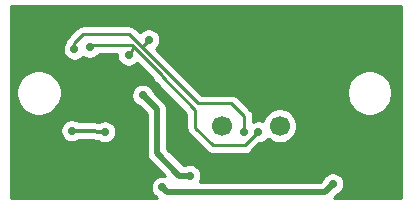
<source format=gbl>
G04 #@! TF.GenerationSoftware,KiCad,Pcbnew,5.1.9-73d0e3b20d~88~ubuntu18.04.1*
G04 #@! TF.CreationDate,2021-04-05T21:15:54-07:00*
G04 #@! TF.ProjectId,accelgyro_mpu6050_d2r3,61636365-6c67-4797-926f-5f6d70753630,rev?*
G04 #@! TF.SameCoordinates,Original*
G04 #@! TF.FileFunction,Copper,L2,Bot*
G04 #@! TF.FilePolarity,Positive*
%FSLAX46Y46*%
G04 Gerber Fmt 4.6, Leading zero omitted, Abs format (unit mm)*
G04 Created by KiCad (PCBNEW 5.1.9-73d0e3b20d~88~ubuntu18.04.1) date 2021-04-05 21:15:54*
%MOMM*%
%LPD*%
G01*
G04 APERTURE LIST*
G04 #@! TA.AperFunction,ComponentPad*
%ADD10C,0.600000*%
G04 #@! TD*
G04 #@! TA.AperFunction,SMDPad,CuDef*
%ADD11R,2.499360X2.499360*%
G04 #@! TD*
G04 #@! TA.AperFunction,WasherPad*
%ADD12C,1.700000*%
G04 #@! TD*
G04 #@! TA.AperFunction,ViaPad*
%ADD13C,0.700000*%
G04 #@! TD*
G04 #@! TA.AperFunction,Conductor*
%ADD14C,0.250000*%
G04 #@! TD*
G04 #@! TA.AperFunction,Conductor*
%ADD15C,0.200000*%
G04 #@! TD*
G04 #@! TA.AperFunction,Conductor*
%ADD16C,0.300000*%
G04 #@! TD*
G04 #@! TA.AperFunction,Conductor*
%ADD17C,0.500000*%
G04 #@! TD*
G04 #@! TA.AperFunction,Conductor*
%ADD18C,0.254000*%
G04 #@! TD*
G04 #@! TA.AperFunction,Conductor*
%ADD19C,0.150000*%
G04 #@! TD*
G04 APERTURE END LIST*
D10*
X143000000Y-100000000D03*
X143762000Y-99238000D03*
X142238000Y-99238000D03*
X143762000Y-100762000D03*
X142238000Y-100762000D03*
D11*
X143000000Y-100000000D03*
D12*
X158400000Y-102800000D03*
X153500000Y-102800000D03*
D13*
X142300000Y-96150000D03*
X145600000Y-96800000D03*
X156600000Y-103300000D03*
X141000000Y-96300000D03*
X147320000Y-95504000D03*
X155400000Y-103300000D03*
X146800000Y-100200000D03*
X143600000Y-103300000D03*
X140800000Y-103200000D03*
X150800000Y-107000000D03*
X148450000Y-108000000D03*
X162900000Y-107700000D03*
D14*
X146050000Y-96150000D02*
X145854000Y-95954000D01*
X145600000Y-96800000D02*
X146050000Y-96150000D01*
X142496000Y-95954000D02*
X142300000Y-96150000D01*
X145854000Y-95954000D02*
X142496000Y-95954000D01*
X145854000Y-95954000D02*
X148400000Y-98500000D01*
X148400000Y-98500000D02*
X148400000Y-98600000D01*
X151250000Y-101450000D02*
X151250000Y-102950000D01*
X148400000Y-98600000D02*
X151250000Y-101450000D01*
X151250000Y-102950000D02*
X152750000Y-104450000D01*
X155450000Y-104450000D02*
X154650000Y-104450000D01*
X156600000Y-103300000D02*
X155450000Y-104450000D01*
X152750000Y-104450000D02*
X154650000Y-104450000D01*
X147320000Y-95504000D02*
X146712000Y-96112000D01*
D15*
X146712000Y-96112000D02*
X145650000Y-95050000D01*
D14*
X141000000Y-95800000D02*
X141750000Y-95050000D01*
X141000000Y-96300000D02*
X141000000Y-95800000D01*
X141750000Y-95050000D02*
X145650000Y-95050000D01*
X145650000Y-95050000D02*
X148650000Y-98050000D01*
D15*
X148650000Y-98050000D02*
X146712000Y-96112000D01*
D14*
X155400000Y-103300000D02*
X155400000Y-102000000D01*
X155400000Y-102000000D02*
X154300000Y-100900000D01*
X151500000Y-100900000D02*
X152600000Y-100900000D01*
X148650000Y-98050000D02*
X151500000Y-100900000D01*
X154300000Y-100900000D02*
X152600000Y-100900000D01*
D16*
X142900000Y-103300000D02*
X143600000Y-103300000D01*
X142800000Y-103200000D02*
X142900000Y-103300000D01*
X140800000Y-103200000D02*
X142800000Y-103200000D01*
D17*
X149900000Y-107000000D02*
X148000000Y-105100000D01*
X148000000Y-101400000D02*
X146800000Y-100200000D01*
X148000000Y-105100000D02*
X148000000Y-101400000D01*
X150800000Y-107000000D02*
X149900000Y-107000000D01*
X148450000Y-108000000D02*
X148850000Y-108400000D01*
X148850000Y-108400000D02*
X162200000Y-108400000D01*
X162200000Y-108400000D02*
X162900000Y-107700000D01*
D18*
X168673000Y-108873000D02*
X162967265Y-108873000D01*
X163212005Y-108628260D01*
X163362783Y-108565806D01*
X163522801Y-108458885D01*
X163658885Y-108322801D01*
X163765806Y-108162783D01*
X163839454Y-107984980D01*
X163877000Y-107796226D01*
X163877000Y-107603774D01*
X163839454Y-107415020D01*
X163765806Y-107237217D01*
X163658885Y-107077199D01*
X163522801Y-106941115D01*
X163362783Y-106834194D01*
X163184980Y-106760546D01*
X162996226Y-106723000D01*
X162803774Y-106723000D01*
X162615020Y-106760546D01*
X162437217Y-106834194D01*
X162277199Y-106941115D01*
X162141115Y-107077199D01*
X162034194Y-107237217D01*
X161971740Y-107387995D01*
X161836735Y-107523000D01*
X151625570Y-107523000D01*
X151665806Y-107462783D01*
X151739454Y-107284980D01*
X151777000Y-107096226D01*
X151777000Y-106903774D01*
X151739454Y-106715020D01*
X151665806Y-106537217D01*
X151558885Y-106377199D01*
X151422801Y-106241115D01*
X151262783Y-106134194D01*
X151084980Y-106060546D01*
X150896226Y-106023000D01*
X150703774Y-106023000D01*
X150515020Y-106060546D01*
X150364242Y-106123000D01*
X150263266Y-106123000D01*
X148877000Y-104736735D01*
X148877000Y-101443069D01*
X148881242Y-101399999D01*
X148877000Y-101356930D01*
X148877000Y-101356921D01*
X148864310Y-101228078D01*
X148814162Y-101062763D01*
X148732727Y-100910408D01*
X148623133Y-100776867D01*
X148589668Y-100749403D01*
X147728260Y-99887995D01*
X147665806Y-99737217D01*
X147558885Y-99577199D01*
X147422801Y-99441115D01*
X147262783Y-99334194D01*
X147084980Y-99260546D01*
X146896226Y-99223000D01*
X146703774Y-99223000D01*
X146515020Y-99260546D01*
X146337217Y-99334194D01*
X146177199Y-99441115D01*
X146041115Y-99577199D01*
X145934194Y-99737217D01*
X145860546Y-99915020D01*
X145823000Y-100103774D01*
X145823000Y-100296226D01*
X145860546Y-100484980D01*
X145934194Y-100662783D01*
X146041115Y-100822801D01*
X146177199Y-100958885D01*
X146337217Y-101065806D01*
X146487995Y-101128260D01*
X147123001Y-101763266D01*
X147123000Y-105056920D01*
X147118757Y-105100000D01*
X147127732Y-105191119D01*
X147135690Y-105271921D01*
X147185838Y-105437236D01*
X147267273Y-105589591D01*
X147376867Y-105723133D01*
X147410332Y-105750597D01*
X148716630Y-107056896D01*
X148546226Y-107023000D01*
X148353774Y-107023000D01*
X148165020Y-107060546D01*
X147987217Y-107134194D01*
X147827199Y-107241115D01*
X147691115Y-107377199D01*
X147584194Y-107537217D01*
X147510546Y-107715020D01*
X147473000Y-107903774D01*
X147473000Y-108096226D01*
X147510546Y-108284980D01*
X147584194Y-108462783D01*
X147691115Y-108622801D01*
X147827199Y-108758885D01*
X147987217Y-108865806D01*
X148004585Y-108873000D01*
X135677000Y-108873000D01*
X135677000Y-103103774D01*
X139823000Y-103103774D01*
X139823000Y-103296226D01*
X139860546Y-103484980D01*
X139934194Y-103662783D01*
X140041115Y-103822801D01*
X140177199Y-103958885D01*
X140337217Y-104065806D01*
X140515020Y-104139454D01*
X140703774Y-104177000D01*
X140896226Y-104177000D01*
X141084980Y-104139454D01*
X141262783Y-104065806D01*
X141395690Y-103977000D01*
X142518287Y-103977000D01*
X142601216Y-104021327D01*
X142747681Y-104065757D01*
X142861834Y-104077000D01*
X142861844Y-104077000D01*
X142899999Y-104080758D01*
X142938155Y-104077000D01*
X143004310Y-104077000D01*
X143137217Y-104165806D01*
X143315020Y-104239454D01*
X143503774Y-104277000D01*
X143696226Y-104277000D01*
X143884980Y-104239454D01*
X144062783Y-104165806D01*
X144222801Y-104058885D01*
X144358885Y-103922801D01*
X144465806Y-103762783D01*
X144539454Y-103584980D01*
X144577000Y-103396226D01*
X144577000Y-103203774D01*
X144539454Y-103015020D01*
X144465806Y-102837217D01*
X144358885Y-102677199D01*
X144222801Y-102541115D01*
X144062783Y-102434194D01*
X143884980Y-102360546D01*
X143696226Y-102323000D01*
X143503774Y-102323000D01*
X143315020Y-102360546D01*
X143137217Y-102434194D01*
X143079434Y-102472803D01*
X142952319Y-102434243D01*
X142838166Y-102423000D01*
X142838163Y-102423000D01*
X142800000Y-102419241D01*
X142761837Y-102423000D01*
X141395690Y-102423000D01*
X141262783Y-102334194D01*
X141084980Y-102260546D01*
X140896226Y-102223000D01*
X140703774Y-102223000D01*
X140515020Y-102260546D01*
X140337217Y-102334194D01*
X140177199Y-102441115D01*
X140041115Y-102577199D01*
X139934194Y-102737217D01*
X139860546Y-102915020D01*
X139823000Y-103103774D01*
X135677000Y-103103774D01*
X135677000Y-99810207D01*
X136073000Y-99810207D01*
X136073000Y-100189793D01*
X136147053Y-100562085D01*
X136292315Y-100912777D01*
X136503201Y-101228391D01*
X136771609Y-101496799D01*
X137087223Y-101707685D01*
X137437915Y-101852947D01*
X137810207Y-101927000D01*
X138189793Y-101927000D01*
X138562085Y-101852947D01*
X138912777Y-101707685D01*
X139228391Y-101496799D01*
X139496799Y-101228391D01*
X139707685Y-100912777D01*
X139852947Y-100562085D01*
X139927000Y-100189793D01*
X139927000Y-99810207D01*
X139852947Y-99437915D01*
X139707685Y-99087223D01*
X139496799Y-98771609D01*
X139228391Y-98503201D01*
X138912777Y-98292315D01*
X138562085Y-98147053D01*
X138189793Y-98073000D01*
X137810207Y-98073000D01*
X137437915Y-98147053D01*
X137087223Y-98292315D01*
X136771609Y-98503201D01*
X136503201Y-98771609D01*
X136292315Y-99087223D01*
X136147053Y-99437915D01*
X136073000Y-99810207D01*
X135677000Y-99810207D01*
X135677000Y-96203774D01*
X140023000Y-96203774D01*
X140023000Y-96396226D01*
X140060546Y-96584980D01*
X140134194Y-96762783D01*
X140241115Y-96922801D01*
X140377199Y-97058885D01*
X140537217Y-97165806D01*
X140715020Y-97239454D01*
X140903774Y-97277000D01*
X141096226Y-97277000D01*
X141284980Y-97239454D01*
X141462783Y-97165806D01*
X141622801Y-97058885D01*
X141734508Y-96947178D01*
X141837217Y-97015806D01*
X142015020Y-97089454D01*
X142203774Y-97127000D01*
X142396226Y-97127000D01*
X142584980Y-97089454D01*
X142762783Y-97015806D01*
X142922801Y-96908885D01*
X143058885Y-96772801D01*
X143103520Y-96706000D01*
X144623000Y-96706000D01*
X144623000Y-96896226D01*
X144660546Y-97084980D01*
X144734194Y-97262783D01*
X144841115Y-97422801D01*
X144977199Y-97558885D01*
X145137217Y-97665806D01*
X145315020Y-97739454D01*
X145503774Y-97777000D01*
X145696226Y-97777000D01*
X145884980Y-97739454D01*
X146062783Y-97665806D01*
X146222801Y-97558885D01*
X146309099Y-97472587D01*
X147691518Y-98855006D01*
X147701882Y-98889170D01*
X147771710Y-99019810D01*
X147865683Y-99134317D01*
X147894378Y-99157866D01*
X150498000Y-101761488D01*
X150498001Y-102913055D01*
X150494362Y-102950000D01*
X150508882Y-103097417D01*
X150551882Y-103239169D01*
X150621710Y-103369810D01*
X150685401Y-103447417D01*
X150715684Y-103484317D01*
X150744375Y-103507863D01*
X152192137Y-104955626D01*
X152215683Y-104984317D01*
X152244374Y-105007863D01*
X152330189Y-105078290D01*
X152400017Y-105115613D01*
X152460830Y-105148118D01*
X152602582Y-105191119D01*
X152713062Y-105202000D01*
X152713064Y-105202000D01*
X152749999Y-105205638D01*
X152786935Y-105202000D01*
X155413065Y-105202000D01*
X155450000Y-105205638D01*
X155486935Y-105202000D01*
X155486938Y-105202000D01*
X155597418Y-105191119D01*
X155739170Y-105148118D01*
X155869810Y-105078290D01*
X155984317Y-104984317D01*
X156007867Y-104955621D01*
X156686488Y-104277000D01*
X156696226Y-104277000D01*
X156884980Y-104239454D01*
X157062783Y-104165806D01*
X157222801Y-104058885D01*
X157358885Y-103922801D01*
X157388975Y-103877769D01*
X157458467Y-103947261D01*
X157700378Y-104108901D01*
X157969175Y-104220240D01*
X158254528Y-104277000D01*
X158545472Y-104277000D01*
X158830825Y-104220240D01*
X159099622Y-104108901D01*
X159341533Y-103947261D01*
X159547261Y-103741533D01*
X159708901Y-103499622D01*
X159820240Y-103230825D01*
X159877000Y-102945472D01*
X159877000Y-102654528D01*
X159820240Y-102369175D01*
X159708901Y-102100378D01*
X159547261Y-101858467D01*
X159341533Y-101652739D01*
X159099622Y-101491099D01*
X158830825Y-101379760D01*
X158545472Y-101323000D01*
X158254528Y-101323000D01*
X157969175Y-101379760D01*
X157700378Y-101491099D01*
X157458467Y-101652739D01*
X157252739Y-101858467D01*
X157091099Y-102100378D01*
X156979760Y-102369175D01*
X156974131Y-102397473D01*
X156884980Y-102360546D01*
X156696226Y-102323000D01*
X156503774Y-102323000D01*
X156315020Y-102360546D01*
X156152000Y-102428071D01*
X156152000Y-102036935D01*
X156155638Y-102000000D01*
X156148448Y-101927000D01*
X156141119Y-101852582D01*
X156098118Y-101710830D01*
X156028290Y-101580190D01*
X155934317Y-101465683D01*
X155905626Y-101442137D01*
X154857867Y-100394379D01*
X154834317Y-100365683D01*
X154719810Y-100271710D01*
X154589170Y-100201882D01*
X154447418Y-100158881D01*
X154336938Y-100148000D01*
X154336935Y-100148000D01*
X154300000Y-100144362D01*
X154263065Y-100148000D01*
X151811488Y-100148000D01*
X151473695Y-99810207D01*
X164073000Y-99810207D01*
X164073000Y-100189793D01*
X164147053Y-100562085D01*
X164292315Y-100912777D01*
X164503201Y-101228391D01*
X164771609Y-101496799D01*
X165087223Y-101707685D01*
X165437915Y-101852947D01*
X165810207Y-101927000D01*
X166189793Y-101927000D01*
X166562085Y-101852947D01*
X166912777Y-101707685D01*
X167228391Y-101496799D01*
X167496799Y-101228391D01*
X167707685Y-100912777D01*
X167852947Y-100562085D01*
X167927000Y-100189793D01*
X167927000Y-99810207D01*
X167852947Y-99437915D01*
X167707685Y-99087223D01*
X167496799Y-98771609D01*
X167228391Y-98503201D01*
X166912777Y-98292315D01*
X166562085Y-98147053D01*
X166189793Y-98073000D01*
X165810207Y-98073000D01*
X165437915Y-98147053D01*
X165087223Y-98292315D01*
X164771609Y-98503201D01*
X164503201Y-98771609D01*
X164292315Y-99087223D01*
X164147053Y-99437915D01*
X164073000Y-99810207D01*
X151473695Y-99810207D01*
X147932953Y-96269465D01*
X147942801Y-96262885D01*
X148078885Y-96126801D01*
X148185806Y-95966783D01*
X148259454Y-95788980D01*
X148297000Y-95600226D01*
X148297000Y-95407774D01*
X148259454Y-95219020D01*
X148185806Y-95041217D01*
X148078885Y-94881199D01*
X147942801Y-94745115D01*
X147782783Y-94638194D01*
X147604980Y-94564546D01*
X147416226Y-94527000D01*
X147223774Y-94527000D01*
X147035020Y-94564546D01*
X146857217Y-94638194D01*
X146697199Y-94745115D01*
X146561115Y-94881199D01*
X146554535Y-94891047D01*
X146207867Y-94544379D01*
X146184317Y-94515683D01*
X146069810Y-94421710D01*
X145939170Y-94351882D01*
X145797418Y-94308881D01*
X145686938Y-94298000D01*
X145686935Y-94298000D01*
X145650000Y-94294362D01*
X145613065Y-94298000D01*
X141786935Y-94298000D01*
X141749999Y-94294362D01*
X141713064Y-94298000D01*
X141713062Y-94298000D01*
X141602582Y-94308881D01*
X141460830Y-94351882D01*
X141417411Y-94375090D01*
X141330189Y-94421710D01*
X141244374Y-94492137D01*
X141215683Y-94515683D01*
X141192137Y-94544374D01*
X140494375Y-95242137D01*
X140465684Y-95265683D01*
X140371710Y-95380190D01*
X140301882Y-95510830D01*
X140258881Y-95652582D01*
X140258133Y-95660181D01*
X140241115Y-95677199D01*
X140134194Y-95837217D01*
X140060546Y-96015020D01*
X140023000Y-96203774D01*
X135677000Y-96203774D01*
X135677000Y-92677000D01*
X168673000Y-92677000D01*
X168673000Y-108873000D01*
G04 #@! TA.AperFunction,Conductor*
D19*
G36*
X168673000Y-108873000D02*
G01*
X162967265Y-108873000D01*
X163212005Y-108628260D01*
X163362783Y-108565806D01*
X163522801Y-108458885D01*
X163658885Y-108322801D01*
X163765806Y-108162783D01*
X163839454Y-107984980D01*
X163877000Y-107796226D01*
X163877000Y-107603774D01*
X163839454Y-107415020D01*
X163765806Y-107237217D01*
X163658885Y-107077199D01*
X163522801Y-106941115D01*
X163362783Y-106834194D01*
X163184980Y-106760546D01*
X162996226Y-106723000D01*
X162803774Y-106723000D01*
X162615020Y-106760546D01*
X162437217Y-106834194D01*
X162277199Y-106941115D01*
X162141115Y-107077199D01*
X162034194Y-107237217D01*
X161971740Y-107387995D01*
X161836735Y-107523000D01*
X151625570Y-107523000D01*
X151665806Y-107462783D01*
X151739454Y-107284980D01*
X151777000Y-107096226D01*
X151777000Y-106903774D01*
X151739454Y-106715020D01*
X151665806Y-106537217D01*
X151558885Y-106377199D01*
X151422801Y-106241115D01*
X151262783Y-106134194D01*
X151084980Y-106060546D01*
X150896226Y-106023000D01*
X150703774Y-106023000D01*
X150515020Y-106060546D01*
X150364242Y-106123000D01*
X150263266Y-106123000D01*
X148877000Y-104736735D01*
X148877000Y-101443069D01*
X148881242Y-101399999D01*
X148877000Y-101356930D01*
X148877000Y-101356921D01*
X148864310Y-101228078D01*
X148814162Y-101062763D01*
X148732727Y-100910408D01*
X148623133Y-100776867D01*
X148589668Y-100749403D01*
X147728260Y-99887995D01*
X147665806Y-99737217D01*
X147558885Y-99577199D01*
X147422801Y-99441115D01*
X147262783Y-99334194D01*
X147084980Y-99260546D01*
X146896226Y-99223000D01*
X146703774Y-99223000D01*
X146515020Y-99260546D01*
X146337217Y-99334194D01*
X146177199Y-99441115D01*
X146041115Y-99577199D01*
X145934194Y-99737217D01*
X145860546Y-99915020D01*
X145823000Y-100103774D01*
X145823000Y-100296226D01*
X145860546Y-100484980D01*
X145934194Y-100662783D01*
X146041115Y-100822801D01*
X146177199Y-100958885D01*
X146337217Y-101065806D01*
X146487995Y-101128260D01*
X147123001Y-101763266D01*
X147123000Y-105056920D01*
X147118757Y-105100000D01*
X147127732Y-105191119D01*
X147135690Y-105271921D01*
X147185838Y-105437236D01*
X147267273Y-105589591D01*
X147376867Y-105723133D01*
X147410332Y-105750597D01*
X148716630Y-107056896D01*
X148546226Y-107023000D01*
X148353774Y-107023000D01*
X148165020Y-107060546D01*
X147987217Y-107134194D01*
X147827199Y-107241115D01*
X147691115Y-107377199D01*
X147584194Y-107537217D01*
X147510546Y-107715020D01*
X147473000Y-107903774D01*
X147473000Y-108096226D01*
X147510546Y-108284980D01*
X147584194Y-108462783D01*
X147691115Y-108622801D01*
X147827199Y-108758885D01*
X147987217Y-108865806D01*
X148004585Y-108873000D01*
X135677000Y-108873000D01*
X135677000Y-103103774D01*
X139823000Y-103103774D01*
X139823000Y-103296226D01*
X139860546Y-103484980D01*
X139934194Y-103662783D01*
X140041115Y-103822801D01*
X140177199Y-103958885D01*
X140337217Y-104065806D01*
X140515020Y-104139454D01*
X140703774Y-104177000D01*
X140896226Y-104177000D01*
X141084980Y-104139454D01*
X141262783Y-104065806D01*
X141395690Y-103977000D01*
X142518287Y-103977000D01*
X142601216Y-104021327D01*
X142747681Y-104065757D01*
X142861834Y-104077000D01*
X142861844Y-104077000D01*
X142899999Y-104080758D01*
X142938155Y-104077000D01*
X143004310Y-104077000D01*
X143137217Y-104165806D01*
X143315020Y-104239454D01*
X143503774Y-104277000D01*
X143696226Y-104277000D01*
X143884980Y-104239454D01*
X144062783Y-104165806D01*
X144222801Y-104058885D01*
X144358885Y-103922801D01*
X144465806Y-103762783D01*
X144539454Y-103584980D01*
X144577000Y-103396226D01*
X144577000Y-103203774D01*
X144539454Y-103015020D01*
X144465806Y-102837217D01*
X144358885Y-102677199D01*
X144222801Y-102541115D01*
X144062783Y-102434194D01*
X143884980Y-102360546D01*
X143696226Y-102323000D01*
X143503774Y-102323000D01*
X143315020Y-102360546D01*
X143137217Y-102434194D01*
X143079434Y-102472803D01*
X142952319Y-102434243D01*
X142838166Y-102423000D01*
X142838163Y-102423000D01*
X142800000Y-102419241D01*
X142761837Y-102423000D01*
X141395690Y-102423000D01*
X141262783Y-102334194D01*
X141084980Y-102260546D01*
X140896226Y-102223000D01*
X140703774Y-102223000D01*
X140515020Y-102260546D01*
X140337217Y-102334194D01*
X140177199Y-102441115D01*
X140041115Y-102577199D01*
X139934194Y-102737217D01*
X139860546Y-102915020D01*
X139823000Y-103103774D01*
X135677000Y-103103774D01*
X135677000Y-99810207D01*
X136073000Y-99810207D01*
X136073000Y-100189793D01*
X136147053Y-100562085D01*
X136292315Y-100912777D01*
X136503201Y-101228391D01*
X136771609Y-101496799D01*
X137087223Y-101707685D01*
X137437915Y-101852947D01*
X137810207Y-101927000D01*
X138189793Y-101927000D01*
X138562085Y-101852947D01*
X138912777Y-101707685D01*
X139228391Y-101496799D01*
X139496799Y-101228391D01*
X139707685Y-100912777D01*
X139852947Y-100562085D01*
X139927000Y-100189793D01*
X139927000Y-99810207D01*
X139852947Y-99437915D01*
X139707685Y-99087223D01*
X139496799Y-98771609D01*
X139228391Y-98503201D01*
X138912777Y-98292315D01*
X138562085Y-98147053D01*
X138189793Y-98073000D01*
X137810207Y-98073000D01*
X137437915Y-98147053D01*
X137087223Y-98292315D01*
X136771609Y-98503201D01*
X136503201Y-98771609D01*
X136292315Y-99087223D01*
X136147053Y-99437915D01*
X136073000Y-99810207D01*
X135677000Y-99810207D01*
X135677000Y-96203774D01*
X140023000Y-96203774D01*
X140023000Y-96396226D01*
X140060546Y-96584980D01*
X140134194Y-96762783D01*
X140241115Y-96922801D01*
X140377199Y-97058885D01*
X140537217Y-97165806D01*
X140715020Y-97239454D01*
X140903774Y-97277000D01*
X141096226Y-97277000D01*
X141284980Y-97239454D01*
X141462783Y-97165806D01*
X141622801Y-97058885D01*
X141734508Y-96947178D01*
X141837217Y-97015806D01*
X142015020Y-97089454D01*
X142203774Y-97127000D01*
X142396226Y-97127000D01*
X142584980Y-97089454D01*
X142762783Y-97015806D01*
X142922801Y-96908885D01*
X143058885Y-96772801D01*
X143103520Y-96706000D01*
X144623000Y-96706000D01*
X144623000Y-96896226D01*
X144660546Y-97084980D01*
X144734194Y-97262783D01*
X144841115Y-97422801D01*
X144977199Y-97558885D01*
X145137217Y-97665806D01*
X145315020Y-97739454D01*
X145503774Y-97777000D01*
X145696226Y-97777000D01*
X145884980Y-97739454D01*
X146062783Y-97665806D01*
X146222801Y-97558885D01*
X146309099Y-97472587D01*
X147691518Y-98855006D01*
X147701882Y-98889170D01*
X147771710Y-99019810D01*
X147865683Y-99134317D01*
X147894378Y-99157866D01*
X150498000Y-101761488D01*
X150498001Y-102913055D01*
X150494362Y-102950000D01*
X150508882Y-103097417D01*
X150551882Y-103239169D01*
X150621710Y-103369810D01*
X150685401Y-103447417D01*
X150715684Y-103484317D01*
X150744375Y-103507863D01*
X152192137Y-104955626D01*
X152215683Y-104984317D01*
X152244374Y-105007863D01*
X152330189Y-105078290D01*
X152400017Y-105115613D01*
X152460830Y-105148118D01*
X152602582Y-105191119D01*
X152713062Y-105202000D01*
X152713064Y-105202000D01*
X152749999Y-105205638D01*
X152786935Y-105202000D01*
X155413065Y-105202000D01*
X155450000Y-105205638D01*
X155486935Y-105202000D01*
X155486938Y-105202000D01*
X155597418Y-105191119D01*
X155739170Y-105148118D01*
X155869810Y-105078290D01*
X155984317Y-104984317D01*
X156007867Y-104955621D01*
X156686488Y-104277000D01*
X156696226Y-104277000D01*
X156884980Y-104239454D01*
X157062783Y-104165806D01*
X157222801Y-104058885D01*
X157358885Y-103922801D01*
X157388975Y-103877769D01*
X157458467Y-103947261D01*
X157700378Y-104108901D01*
X157969175Y-104220240D01*
X158254528Y-104277000D01*
X158545472Y-104277000D01*
X158830825Y-104220240D01*
X159099622Y-104108901D01*
X159341533Y-103947261D01*
X159547261Y-103741533D01*
X159708901Y-103499622D01*
X159820240Y-103230825D01*
X159877000Y-102945472D01*
X159877000Y-102654528D01*
X159820240Y-102369175D01*
X159708901Y-102100378D01*
X159547261Y-101858467D01*
X159341533Y-101652739D01*
X159099622Y-101491099D01*
X158830825Y-101379760D01*
X158545472Y-101323000D01*
X158254528Y-101323000D01*
X157969175Y-101379760D01*
X157700378Y-101491099D01*
X157458467Y-101652739D01*
X157252739Y-101858467D01*
X157091099Y-102100378D01*
X156979760Y-102369175D01*
X156974131Y-102397473D01*
X156884980Y-102360546D01*
X156696226Y-102323000D01*
X156503774Y-102323000D01*
X156315020Y-102360546D01*
X156152000Y-102428071D01*
X156152000Y-102036935D01*
X156155638Y-102000000D01*
X156148448Y-101927000D01*
X156141119Y-101852582D01*
X156098118Y-101710830D01*
X156028290Y-101580190D01*
X155934317Y-101465683D01*
X155905626Y-101442137D01*
X154857867Y-100394379D01*
X154834317Y-100365683D01*
X154719810Y-100271710D01*
X154589170Y-100201882D01*
X154447418Y-100158881D01*
X154336938Y-100148000D01*
X154336935Y-100148000D01*
X154300000Y-100144362D01*
X154263065Y-100148000D01*
X151811488Y-100148000D01*
X151473695Y-99810207D01*
X164073000Y-99810207D01*
X164073000Y-100189793D01*
X164147053Y-100562085D01*
X164292315Y-100912777D01*
X164503201Y-101228391D01*
X164771609Y-101496799D01*
X165087223Y-101707685D01*
X165437915Y-101852947D01*
X165810207Y-101927000D01*
X166189793Y-101927000D01*
X166562085Y-101852947D01*
X166912777Y-101707685D01*
X167228391Y-101496799D01*
X167496799Y-101228391D01*
X167707685Y-100912777D01*
X167852947Y-100562085D01*
X167927000Y-100189793D01*
X167927000Y-99810207D01*
X167852947Y-99437915D01*
X167707685Y-99087223D01*
X167496799Y-98771609D01*
X167228391Y-98503201D01*
X166912777Y-98292315D01*
X166562085Y-98147053D01*
X166189793Y-98073000D01*
X165810207Y-98073000D01*
X165437915Y-98147053D01*
X165087223Y-98292315D01*
X164771609Y-98503201D01*
X164503201Y-98771609D01*
X164292315Y-99087223D01*
X164147053Y-99437915D01*
X164073000Y-99810207D01*
X151473695Y-99810207D01*
X147932953Y-96269465D01*
X147942801Y-96262885D01*
X148078885Y-96126801D01*
X148185806Y-95966783D01*
X148259454Y-95788980D01*
X148297000Y-95600226D01*
X148297000Y-95407774D01*
X148259454Y-95219020D01*
X148185806Y-95041217D01*
X148078885Y-94881199D01*
X147942801Y-94745115D01*
X147782783Y-94638194D01*
X147604980Y-94564546D01*
X147416226Y-94527000D01*
X147223774Y-94527000D01*
X147035020Y-94564546D01*
X146857217Y-94638194D01*
X146697199Y-94745115D01*
X146561115Y-94881199D01*
X146554535Y-94891047D01*
X146207867Y-94544379D01*
X146184317Y-94515683D01*
X146069810Y-94421710D01*
X145939170Y-94351882D01*
X145797418Y-94308881D01*
X145686938Y-94298000D01*
X145686935Y-94298000D01*
X145650000Y-94294362D01*
X145613065Y-94298000D01*
X141786935Y-94298000D01*
X141749999Y-94294362D01*
X141713064Y-94298000D01*
X141713062Y-94298000D01*
X141602582Y-94308881D01*
X141460830Y-94351882D01*
X141417411Y-94375090D01*
X141330189Y-94421710D01*
X141244374Y-94492137D01*
X141215683Y-94515683D01*
X141192137Y-94544374D01*
X140494375Y-95242137D01*
X140465684Y-95265683D01*
X140371710Y-95380190D01*
X140301882Y-95510830D01*
X140258881Y-95652582D01*
X140258133Y-95660181D01*
X140241115Y-95677199D01*
X140134194Y-95837217D01*
X140060546Y-96015020D01*
X140023000Y-96203774D01*
X135677000Y-96203774D01*
X135677000Y-92677000D01*
X168673000Y-92677000D01*
X168673000Y-108873000D01*
G37*
G04 #@! TD.AperFunction*
M02*

</source>
